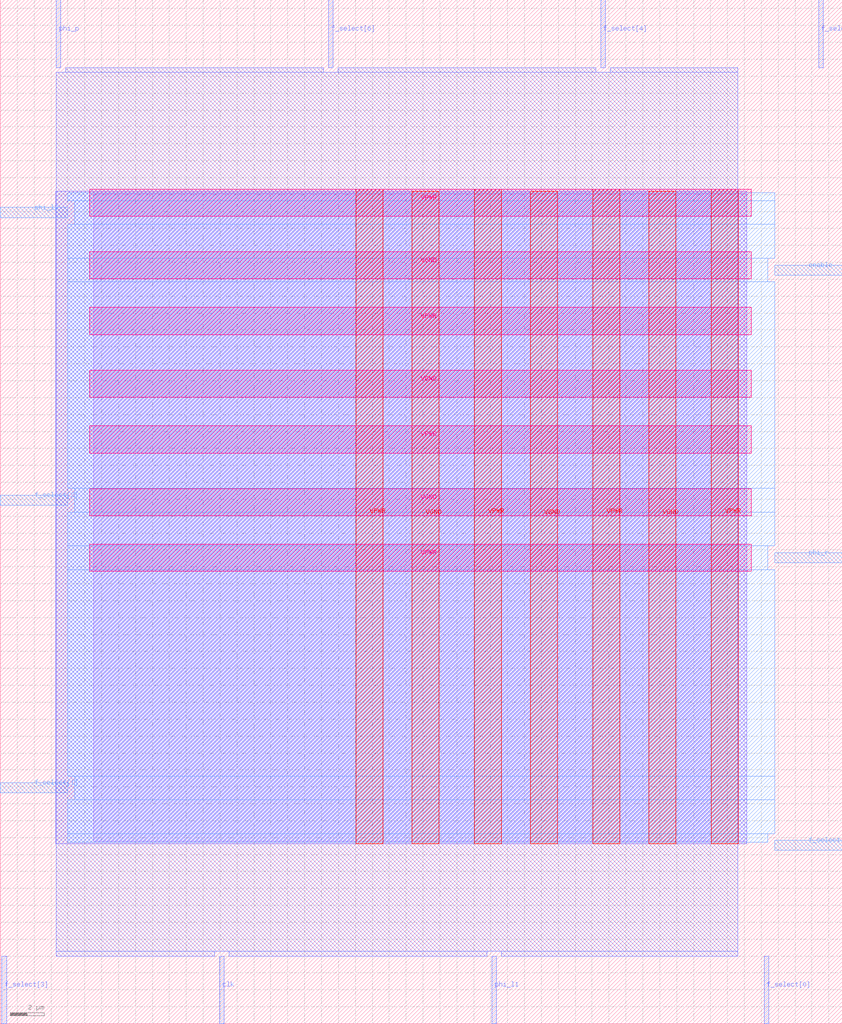
<source format=lef>
VERSION 5.7 ;
  NOWIREEXTENSIONATPIN ON ;
  DIVIDERCHAR "/" ;
  BUSBITCHARS "[]" ;
MACRO digital_cs
  CLASS BLOCK ;
  FOREIGN digital_cs ;
  ORIGIN 0.000 0.000 ;
  SIZE 49.790 BY 60.510 ;
  PIN VGND
    DIRECTION INOUT ;
    USE GROUND ;
    PORT
      LAYER met4 ;
        RECT 24.340 10.640 25.940 49.200 ;
    END
    PORT
      LAYER met4 ;
        RECT 31.340 10.640 32.940 49.200 ;
    END
    PORT
      LAYER met4 ;
        RECT 38.340 10.640 39.940 49.200 ;
    END
    PORT
      LAYER met5 ;
        RECT 5.280 30.030 44.400 31.630 ;
    END
    PORT
      LAYER met5 ;
        RECT 5.280 37.030 44.400 38.630 ;
    END
    PORT
      LAYER met5 ;
        RECT 5.280 44.030 44.400 45.630 ;
    END
  END VGND
  PIN VPWR
    DIRECTION INOUT ;
    USE POWER ;
    PORT
      LAYER met4 ;
        RECT 21.040 10.640 22.640 49.330 ;
    END
    PORT
      LAYER met4 ;
        RECT 28.040 10.640 29.640 49.330 ;
    END
    PORT
      LAYER met4 ;
        RECT 35.040 10.640 36.640 49.330 ;
    END
    PORT
      LAYER met4 ;
        RECT 42.040 10.640 43.640 49.330 ;
    END
    PORT
      LAYER met5 ;
        RECT 5.280 26.730 44.400 28.330 ;
    END
    PORT
      LAYER met5 ;
        RECT 5.280 33.730 44.400 35.330 ;
    END
    PORT
      LAYER met5 ;
        RECT 5.280 40.730 44.400 42.330 ;
    END
    PORT
      LAYER met5 ;
        RECT 5.280 47.730 44.400 49.330 ;
    END
  END VPWR
  PIN clk
    DIRECTION INPUT ;
    USE SIGNAL ;
    PORT
      LAYER met2 ;
        RECT 12.970 0.000 13.250 4.000 ;
    END
  END clk
  PIN enable
    DIRECTION INPUT ;
    USE SIGNAL ;
    PORT
      LAYER met3 ;
        RECT 45.790 44.240 49.790 44.840 ;
    END
  END enable
  PIN f_select[0]
    DIRECTION INPUT ;
    USE SIGNAL ;
    PORT
      LAYER met2 ;
        RECT 45.170 0.000 45.450 4.000 ;
    END
  END f_select[0]
  PIN f_select[1]
    DIRECTION INPUT ;
    USE SIGNAL ;
    PORT
      LAYER met3 ;
        RECT 0.000 13.640 4.000 14.240 ;
    END
  END f_select[1]
  PIN f_select[2]
    DIRECTION INPUT ;
    USE SIGNAL ;
    PORT
      LAYER met3 ;
        RECT 0.000 30.640 4.000 31.240 ;
    END
  END f_select[2]
  PIN f_select[3]
    DIRECTION INPUT ;
    USE SIGNAL ;
    PORT
      LAYER met2 ;
        RECT 0.090 0.000 0.370 4.000 ;
    END
  END f_select[3]
  PIN f_select[4]
    DIRECTION INPUT ;
    USE SIGNAL ;
    PORT
      LAYER met2 ;
        RECT 35.510 56.510 35.790 60.510 ;
    END
  END f_select[4]
  PIN f_select[5]
    DIRECTION INPUT ;
    USE SIGNAL ;
    PORT
      LAYER met3 ;
        RECT 45.790 10.240 49.790 10.840 ;
    END
  END f_select[5]
  PIN f_select[6]
    DIRECTION INPUT ;
    USE SIGNAL ;
    PORT
      LAYER met2 ;
        RECT 19.410 56.510 19.690 60.510 ;
    END
  END f_select[6]
  PIN f_select[7]
    DIRECTION INPUT ;
    USE SIGNAL ;
    PORT
      LAYER met2 ;
        RECT 48.390 56.510 48.670 60.510 ;
    END
  END f_select[7]
  PIN phi_l1
    DIRECTION OUTPUT TRISTATE ;
    USE SIGNAL ;
    PORT
      LAYER met2 ;
        RECT 29.070 0.000 29.350 4.000 ;
    END
  END phi_l1
  PIN phi_l2
    DIRECTION OUTPUT TRISTATE ;
    USE SIGNAL ;
    PORT
      LAYER met3 ;
        RECT 0.000 47.640 4.000 48.240 ;
    END
  END phi_l2
  PIN phi_p
    DIRECTION OUTPUT TRISTATE ;
    USE SIGNAL ;
    PORT
      LAYER met2 ;
        RECT 3.310 56.510 3.590 60.510 ;
    END
  END phi_p
  PIN phi_r
    DIRECTION OUTPUT TRISTATE ;
    USE SIGNAL ;
    PORT
      LAYER met3 ;
        RECT 45.790 27.240 49.790 27.840 ;
    END
  END phi_r
  OBS
      LAYER li1 ;
        RECT 5.520 10.795 44.160 49.045 ;
      LAYER met1 ;
        RECT 3.290 10.640 44.160 49.200 ;
      LAYER met2 ;
        RECT 3.870 56.230 19.130 56.510 ;
        RECT 19.970 56.230 35.230 56.510 ;
        RECT 36.070 56.230 43.610 56.510 ;
        RECT 3.320 4.280 43.610 56.230 ;
        RECT 3.320 4.000 12.690 4.280 ;
        RECT 13.530 4.000 28.790 4.280 ;
        RECT 29.630 4.000 43.610 4.280 ;
      LAYER met3 ;
        RECT 4.000 48.640 45.790 49.125 ;
        RECT 4.400 47.240 45.790 48.640 ;
        RECT 4.000 45.240 45.790 47.240 ;
        RECT 4.000 43.840 45.390 45.240 ;
        RECT 4.000 31.640 45.790 43.840 ;
        RECT 4.400 30.240 45.790 31.640 ;
        RECT 4.000 28.240 45.790 30.240 ;
        RECT 4.000 26.840 45.390 28.240 ;
        RECT 4.000 14.640 45.790 26.840 ;
        RECT 4.400 13.240 45.790 14.640 ;
        RECT 4.000 11.240 45.790 13.240 ;
        RECT 4.000 10.715 45.390 11.240 ;
  END
END digital_cs
END LIBRARY


</source>
